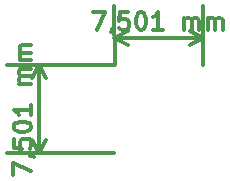
<source format=gbr>
G04 #@! TF.FileFunction,Other,ECO1*
%FSLAX46Y46*%
G04 Gerber Fmt 4.6, Leading zero omitted, Abs format (unit mm)*
G04 Created by KiCad (PCBNEW 4.0.2+dfsg1-stable) date mar 18 dic 2018 10:10:51 CET*
%MOMM*%
G01*
G04 APERTURE LIST*
%ADD10C,0.100000*%
%ADD11C,0.300000*%
G04 APERTURE END LIST*
D10*
D11*
X111204704Y-105848299D02*
X111205720Y-104848299D01*
X112705066Y-105492680D01*
X112634945Y-104206895D02*
X112706373Y-104206967D01*
X112849158Y-104278540D01*
X112920513Y-104350042D01*
X111207752Y-102848300D02*
X111207026Y-103562586D01*
X111921239Y-103634740D01*
X111849884Y-103563239D01*
X111778600Y-103420309D01*
X111778963Y-103063167D01*
X111850537Y-102920382D01*
X111922038Y-102849026D01*
X112064967Y-102777743D01*
X112422110Y-102778106D01*
X112564894Y-102849679D01*
X112636251Y-102921180D01*
X112707534Y-103064110D01*
X112707171Y-103421253D01*
X112635598Y-103564037D01*
X112564096Y-103635394D01*
X111208768Y-101848302D02*
X111208913Y-101705445D01*
X111280487Y-101562660D01*
X111351989Y-101491304D01*
X111494918Y-101420020D01*
X111780705Y-101348882D01*
X112137847Y-101349245D01*
X112423489Y-101420964D01*
X112566273Y-101492538D01*
X112637630Y-101564039D01*
X112708912Y-101706969D01*
X112708767Y-101849826D01*
X112637194Y-101992610D01*
X112565693Y-102063966D01*
X112422763Y-102135249D01*
X112136977Y-102206388D01*
X111779834Y-102206025D01*
X111494193Y-102134306D01*
X111351408Y-102062733D01*
X111280052Y-101991231D01*
X111208768Y-101848302D01*
X112710726Y-99921256D02*
X112709856Y-100778398D01*
X112710291Y-100349826D02*
X111210292Y-100348302D01*
X111424433Y-100491377D01*
X111567144Y-100634380D01*
X111638428Y-100777310D01*
X112712541Y-98135542D02*
X111712541Y-98134527D01*
X111855399Y-98134672D02*
X111784043Y-98063171D01*
X111712759Y-97920241D01*
X111712977Y-97705956D01*
X111784551Y-97563171D01*
X111927480Y-97491888D01*
X112713194Y-97492686D01*
X111927480Y-97491888D02*
X111784696Y-97420313D01*
X111713412Y-97277384D01*
X111713630Y-97063099D01*
X111785204Y-96920314D01*
X111928133Y-96849031D01*
X112713847Y-96849829D01*
X112714572Y-96135544D02*
X111714573Y-96134528D01*
X111857431Y-96134673D02*
X111786074Y-96063172D01*
X111714791Y-95920242D01*
X111715008Y-95705957D01*
X111786582Y-95563172D01*
X111929512Y-95491889D01*
X112715226Y-95492687D01*
X111929512Y-95491889D02*
X111786728Y-95420315D01*
X111715444Y-95277385D01*
X111715661Y-95063100D01*
X111787236Y-94920315D01*
X111930165Y-94849032D01*
X112715879Y-94849830D01*
X113385603Y-96528771D02*
X113377983Y-104029391D01*
X119753380Y-96535240D02*
X110685604Y-96526028D01*
X119745760Y-104035860D02*
X110677984Y-104026648D01*
X113377983Y-104029391D02*
X112792707Y-102902292D01*
X113377983Y-104029391D02*
X113965548Y-102903484D01*
X113385603Y-96528771D02*
X112798038Y-97654678D01*
X113385603Y-96528771D02*
X113970879Y-97655870D01*
X117931310Y-92075552D02*
X118931310Y-92074197D01*
X118290485Y-93575066D01*
X119576100Y-93501897D02*
X119576197Y-93573325D01*
X119504962Y-93716279D01*
X119433630Y-93787804D01*
X120931308Y-92071488D02*
X120217022Y-92072455D01*
X120146561Y-92786838D01*
X120217893Y-92715313D01*
X120360653Y-92643690D01*
X120717796Y-92643207D01*
X120860750Y-92714442D01*
X120932275Y-92785773D01*
X121003897Y-92928533D01*
X121004380Y-93285676D01*
X120933146Y-93428630D01*
X120861814Y-93500155D01*
X120719054Y-93571777D01*
X120361911Y-93572261D01*
X120218957Y-93501026D01*
X120147432Y-93429694D01*
X121931306Y-92070133D02*
X122074163Y-92069940D01*
X122217116Y-92141175D01*
X122288642Y-92212507D01*
X122360264Y-92355268D01*
X122432079Y-92640885D01*
X122432563Y-92998027D01*
X122361522Y-93283838D01*
X122290287Y-93426791D01*
X122218955Y-93498317D01*
X122076194Y-93569938D01*
X121933338Y-93570132D01*
X121790384Y-93498898D01*
X121718858Y-93427565D01*
X121647237Y-93284805D01*
X121575421Y-92999188D01*
X121574937Y-92642046D01*
X121645979Y-92356235D01*
X121717213Y-92213281D01*
X121788546Y-92141756D01*
X121931306Y-92070133D01*
X123861907Y-93567520D02*
X123004765Y-93568681D01*
X123433336Y-93568100D02*
X123431304Y-92068102D01*
X123288738Y-92282581D01*
X123146073Y-92425631D01*
X123003313Y-92497254D01*
X125647619Y-93565101D02*
X125646265Y-92565102D01*
X125646458Y-92707960D02*
X125717789Y-92636434D01*
X125860550Y-92564811D01*
X126074835Y-92564521D01*
X126217789Y-92635757D01*
X126289411Y-92778517D01*
X126290476Y-93564230D01*
X126289411Y-92778517D02*
X126360647Y-92635563D01*
X126503407Y-92563941D01*
X126717692Y-92563650D01*
X126860646Y-92634886D01*
X126932268Y-92777646D01*
X126933332Y-93563359D01*
X127647617Y-93562392D02*
X127646263Y-92562393D01*
X127646456Y-92705250D02*
X127717787Y-92633725D01*
X127860549Y-92562102D01*
X128074833Y-92561812D01*
X128217787Y-92633047D01*
X128289409Y-92775808D01*
X128290474Y-93561521D01*
X128289409Y-92775808D02*
X128360645Y-92632854D01*
X128503405Y-92561232D01*
X128717690Y-92560941D01*
X128860644Y-92632177D01*
X128932266Y-92774937D01*
X128933330Y-93560650D01*
X119755364Y-94244512D02*
X127255984Y-94234352D01*
X119758460Y-96530160D02*
X119751707Y-91544515D01*
X127259080Y-96520000D02*
X127252327Y-91534355D01*
X127255984Y-94234352D02*
X126130276Y-94822298D01*
X127255984Y-94234352D02*
X126128687Y-93649458D01*
X119755364Y-94244512D02*
X120882661Y-94829406D01*
X119755364Y-94244512D02*
X120881072Y-93656566D01*
M02*

</source>
